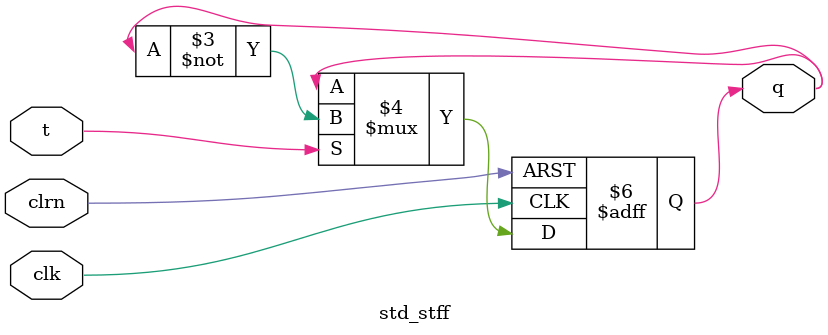
<source format=sv>
module std_stff #(parameter logic RESET_STATE = 1'b0)
(
	input t,
	input clk,
	input clrn,
	output logic q
);

// In Altera devices, register signals have a set priority.
// The HDL design should reflect this priority.
always_ff @(posedge clk, negedge clrn) begin : t_flip_flop
	// The asynchronous reset signal has highest priority
	if (~clrn) begin
		q <= RESET_STATE;
	end else if(t) begin
		q <= ~q;
	end
end : t_flip_flop


endmodule: std_stff
</source>
